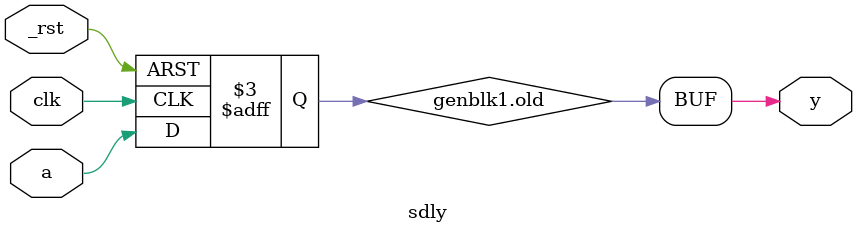
<source format=v>
`timescale 1ns / 1ps
module sdly #(parameter size=1) ( output y, input a, clk, _rst);

	generate
		case( size)
			0:
				assign y = a;
			1: begin
				reg old;
				always @( posedge clk, negedge _rst) begin
					if( !_rst)
						old <= 0;
					else
						old <= a;
				end
				assign y = old;
			end
			default: begin
				reg[size-1:0] old;
				always @( posedge clk, negedge _rst) begin
					if( !_rst)
						old <= 0;
					else
						old <= {old[size-2:1],a};
				end
				assign y = old[size-1];
			end
		endcase
	endgenerate

endmodule

// vim: ai ts=4:

</source>
